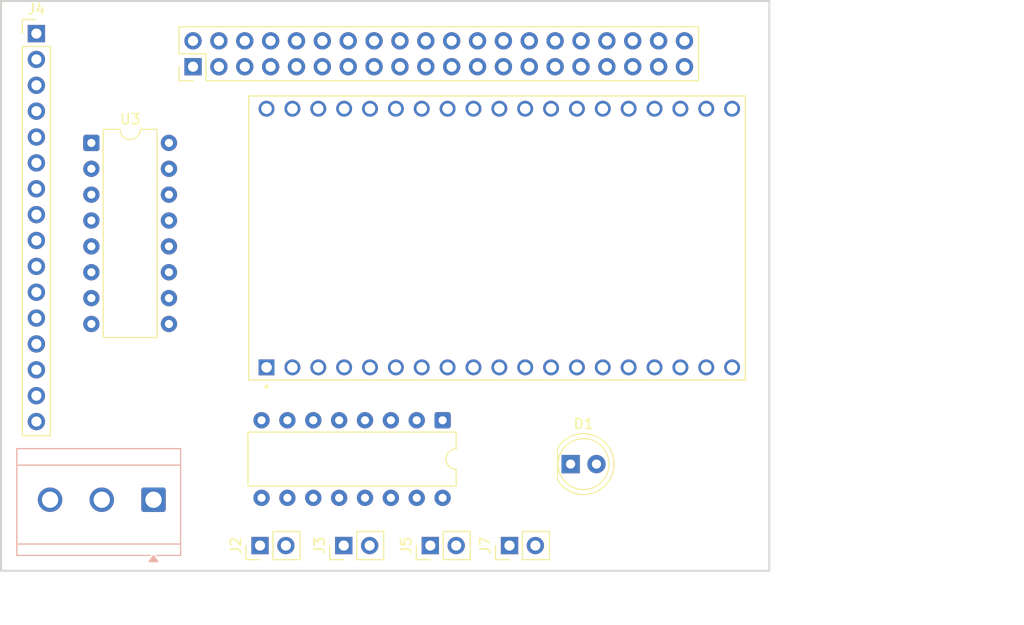
<source format=kicad_pcb>
(kicad_pcb (version 20241229) (generator "pcbnew") (generator_version "9.0")
  (layers (0 "F.Cu" signal) (2 "B.Cu" signal) (13 "F.Paste" user) (15 "B.Paste" user) (5 "F.SilkS" user "F.Silkscreen") (7 "B.SilkS" user "B.Silkscreen") (1 "F.Mask" user) (3 "B.Mask" user) (25 "Edge.Cuts" user))
  (net 0 "")
  (net 1 "Net-(D1-A)")
  (net 2 "GND")
  (net 33 "pi TX")
  (net 35 "pi RX")
  (net 42 "Net-(J2-Pin_1)")
  (net 43 "Net-(J2-Pin_2)")
  (net 44 "Net-(J3-Pin_2)")
  (net 45 "Net-(J3-Pin_1)")
  (net 46 "MQ9 A0")
  (net 47 "MQ135 A0")
  (net 48 "+5V")
  (net 49 "GPS TX")
  (net 50 "TRIG 2")
  (net 51 "TRIG 1")
  (net 52 "GPS RX")
  (net 53 "TRIG 3")
  (net 54 "ECHO 3")
  (net 55 "ECHO 4")
  (net 56 "ECHO 5")
  (net 57 "TRIG 5")
  (net 58 "TRIG 4")
  (net 59 "+12V")
  (net 60 "IN4|IO14")
  (net 61 "EN2|IO32")
  (net 62 "EN1|IO33")
  (net 66 "IN1|IO25")
  (net 67 "ECHO 2")
  (net 72 "ECHO 1")
  (net 76 "IN2|IO26")
  (net 78 "IN3|IO27")
  (net 82 "Net-(J5-Pin_1)")
  (net 83 "Net-(J5-Pin_2)")
  (net 87 "Net-(J7-Pin_1)")
  (net 88 "Net-(J7-Pin_2)")
  (footprint "Connector_PinHeader_2.54mm:PinHeader_1x02_P2.54mm_Vertical" (layer "F.Cu") (at 148.685 128 90)
    (property "Reference" "J5" (at 0 -2.38 90) (layer "F.SilkS"))
    (property "Value" "motor2")
    (fp_line (start -1.38 -1.38) (end 0 -1.38) (stroke (width 0.12)) (layer "F.SilkS"))
    (fp_line (start -1.38 0) (end -1.38 -1.38) (stroke (width 0.12)) (layer "F.SilkS"))
    (fp_line (start 1.38 1.27) (end 1.38 3.92) (stroke (width 0.12)) (layer "F.SilkS"))
    (fp_line (start -1.38 1.27) (end 1.38 1.27) (stroke (width 0.12)) (layer "F.SilkS"))
    (fp_line (start -1.38 1.27) (end -1.38 3.92) (stroke (width 0.12)) (layer "F.SilkS"))
    (fp_line (start -1.38 3.92) (end 1.38 3.92) (stroke (width 0.12)) (layer "F.SilkS"))
    (pad "1" thru_hole rect (at 0 0 90) (size 1.7 1.7) (drill 1) (layers "*.Cu" "*.Mask") (net 82 "Net-(J5-Pin_1)"))
    (pad "2" thru_hole circle (at 0 2.54 90) (size 1.7 1.7) (drill 1) (layers "*.Cu" "*.Mask") (net 83 "Net-(J5-Pin_2)"))
  )
  (footprint "LED_THT:LED_D5.0mm" (layer "F.Cu") (at 162.46 120)
    (property "Reference" "D1" (at 1.27 -3.96 0) (layer "F.SilkS"))
    (property "Value" "LED")
    (fp_line (start -1.29 -1.545) (end -1.29 1.545) (stroke (width 0.12)) (layer "F.SilkS"))
    (fp_arc (start -1.29 -1.54483) (mid 2.071779 -2.880495) (end 4.26 0) (stroke (width 0.12)) (layer "F.SilkS"))
    (fp_arc (start 4.26 0) (mid 2.071779 2.880495) (end -1.29 1.54483) (stroke (width 0.12)) (layer "F.SilkS"))
    (fp_circle (center 1.27 0) (end 3.77 0) (stroke (width 0.12)) (fill no) (layer "F.SilkS"))
    (pad "1" thru_hole rect (at 0 0) (size 1.8 1.8) (drill 0.9) (layers "*.Cu" "*.Mask") (net 2 "GND"))
    (pad "2" thru_hole circle (at 2.54 0) (size 1.8 1.8) (drill 0.9) (layers "*.Cu" "*.Mask") (net 1 "Net-(D1-A)"))
  )
  (footprint "Kit:MODULE_ESP32-DEVKITC-32D" (layer "F.Cu") (at 152.36 97.8 90)
    (property "Reference" "U1" (hide yes))
    (property "Value" "ESP32-DEVKITC-32D")
    (fp_line (start 13.95 -21.5) (end 13.95 27.25) (stroke (width 0.127)) (layer "F.SilkS"))
    (fp_line (start -13.95 -21.5) (end 13.95 -21.5) (stroke (width 0.127)) (layer "F.SilkS"))
    (fp_line (start 13.95 27.25) (end -13.95 27.25) (stroke (width 0.127)) (layer "F.SilkS"))
    (fp_line (start -13.95 27.25) (end -13.95 -21.5) (stroke (width 0.127)) (layer "F.SilkS"))
    (fp_circle (center -14.6 -19.76) (end -14.5 -19.76) (stroke (width 0.2)) (fill no) (layer "F.SilkS"))
    (pad "J2-1" thru_hole rect (at -12.7 -19.76 90) (size 1.56 1.56) (drill 1.04) (layers "*.Cu" "*.Mask"))
    (pad "J2-2" thru_hole circle (at -12.7 -17.22 90) (size 1.56 1.56) (drill 1.04) (layers "*.Cu" "*.Mask"))
    (pad "J2-3" thru_hole circle (at -12.7 -14.68 90) (size 1.56 1.56) (drill 1.04) (layers "*.Cu" "*.Mask"))
    (pad "J2-4" thru_hole circle (at -12.7 -12.14 90) (size 1.56 1.56) (drill 1.04) (layers "*.Cu" "*.Mask"))
    (pad "J2-5" thru_hole circle (at -12.7 -9.6 90) (size 1.56 1.56) (drill 1.04) (layers "*.Cu" "*.Mask") (net 56 "ECHO 5"))
    (pad "J2-6" thru_hole circle (at -12.7 -7.06 90) (size 1.56 1.56) (drill 1.04) (layers "*.Cu" "*.Mask") (net 55 "ECHO 4"))
    (pad "J2-7" thru_hole circle (at -12.7 -4.52 90) (size 1.56 1.56) (drill 1.04) (layers "*.Cu" "*.Mask") (net 46 "MQ9 A0"))
    (pad "J2-8" thru_hole circle (at -12.7 -1.98 90) (size 1.56 1.56) (drill 1.04) (layers "*.Cu" "*.Mask") (net 47 "MQ135 A0"))
    (pad "J2-9" thru_hole circle (at -12.7 0.56 90) (size 1.56 1.56) (drill 1.04) (layers "*.Cu" "*.Mask") (net 62 "EN1|IO33"))
    (pad "J2-10" thru_hole circle (at -12.7 3.1 90) (size 1.56 1.56) (drill 1.04) (layers "*.Cu" "*.Mask") (net 61 "EN2|IO32"))
    (pad "J2-11" thru_hole circle (at -12.7 5.64 90) (size 1.56 1.56) (drill 1.04) (layers "*.Cu" "*.Mask") (net 66 "IN1|IO25"))
    (pad "J2-12" thru_hole circle (at -12.7 8.18 90) (size 1.56 1.56) (drill 1.04) (layers "*.Cu" "*.Mask") (net 76 "IN2|IO26"))
    (pad "J2-13" thru_hole circle (at -12.7 10.72 90) (size 1.56 1.56) (drill 1.04) (layers "*.Cu" "*.Mask") (net 78 "IN3|IO27"))
    (pad "J2-14" thru_hole circle (at -12.7 13.26 90) (size 1.56 1.56) (drill 1.04) (layers "*.Cu" "*.Mask") (net 2 "GND"))
    (pad "J2-15" thru_hole circle (at -12.7 15.8 90) (size 1.56 1.56) (drill 1.04) (layers "*.Cu" "*.Mask") (net 60 "IN4|IO14"))
    (pad "J2-16" thru_hole circle (at -12.7 18.34 90) (size 1.56 1.56) (drill 1.04) (layers "*.Cu" "*.Mask"))
    (pad "J2-17" thru_hole circle (at -12.7 20.88 90) (size 1.56 1.56) (drill 1.04) (layers "*.Cu" "*.Mask"))
    (pad "J2-18" thru_hole circle (at -12.7 23.42 90) (size 1.56 1.56) (drill 1.04) (layers "*.Cu" "*.Mask"))
    (pad "J2-19" thru_hole circle (at -12.7 25.96 90) (size 1.56 1.56) (drill 1.04) (layers "*.Cu" "*.Mask") (net 48 "+5V"))
    (pad "J3-1" thru_hole circle (at 12.7 -19.76 90) (size 1.56 1.56) (drill 1.04) (layers "*.Cu" "*.Mask") (net 2 "GND"))
    (pad "J3-2" thru_hole circle (at 12.7 -17.22 90) (size 1.56 1.56) (drill 1.04) (layers "*.Cu" "*.Mask") (net 54 "ECHO 3"))
    (pad "J3-3" thru_hole circle (at 12.7 -14.68 90) (size 1.56 1.56) (drill 1.04) (layers "*.Cu" "*.Mask") (net 53 "TRIG 3"))
    (pad "J3-4" thru_hole circle (at 12.7 -12.14 90) (size 1.56 1.56) (drill 1.04) (layers "*.Cu" "*.Mask") (net 35 "pi RX"))
    (pad "J3-5" thru_hole circle (at 12.7 -9.6 90) (size 1.56 1.56) (drill 1.04) (layers "*.Cu" "*.Mask") (net 33 "pi TX"))
    (pad "J3-6" thru_hole circle (at 12.7 -7.06 90) (size 1.56 1.56) (drill 1.04) (layers "*.Cu" "*.Mask") (net 67 "ECHO 2"))
    (pad "J3-7" thru_hole circle (at 12.7 -4.52 90) (size 1.56 1.56) (drill 1.04) (layers "*.Cu" "*.Mask") (net 2 "GND"))
    (pad "J3-8" thru_hole circle (at 12.7 -1.98 90) (size 1.56 1.56) (drill 1.04) (layers "*.Cu" "*.Mask") (net 50 "TRIG 2"))
    (pad "J3-9" thru_hole circle (at 12.7 0.56 90) (size 1.56 1.56) (drill 1.04) (layers "*.Cu" "*.Mask") (net 72 "ECHO 1"))
    (pad "J3-10" thru_hole circle (at 12.7 3.1 90) (size 1.56 1.56) (drill 1.04) (layers "*.Cu" "*.Mask") (net 51 "TRIG 1"))
    (pad "J3-11" thru_hole circle (at 12.7 5.64 90) (size 1.56 1.56) (drill 1.04) (layers "*.Cu" "*.Mask") (net 52 "GPS RX"))
    (pad "J3-12" thru_hole circle (at 12.7 8.18 90) (size 1.56 1.56) (drill 1.04) (layers "*.Cu" "*.Mask") (net 49 "GPS TX"))
    (pad "J3-13" thru_hole circle (at 12.7 10.72 90) (size 1.56 1.56) (drill 1.04) (layers "*.Cu" "*.Mask") (net 58 "TRIG 4"))
    (pad "J3-14" thru_hole circle (at 12.7 13.26 90) (size 1.56 1.56) (drill 1.04) (layers "*.Cu" "*.Mask"))
    (pad "J3-15" thru_hole circle (at 12.7 15.8 90) (size 1.56 1.56) (drill 1.04) (layers "*.Cu" "*.Mask") (net 57 "TRIG 5"))
    (pad "J3-16" thru_hole circle (at 12.7 18.34 90) (size 1.56 1.56) (drill 1.04) (layers "*.Cu" "*.Mask") (net 1 "Net-(D1-A)"))
    (pad "J3-17" thru_hole circle (at 12.7 20.88 90) (size 1.56 1.56) (drill 1.04) (layers "*.Cu" "*.Mask"))
    (pad "J3-18" thru_hole circle (at 12.7 23.42 90) (size 1.56 1.56) (drill 1.04) (layers "*.Cu" "*.Mask"))
    (pad "J3-19" thru_hole circle (at 12.7 25.96 90) (size 1.56 1.56) (drill 1.04) (layers "*.Cu" "*.Mask"))
  )
  (footprint "Package_DIP:DIP-16_W7.62mm" (layer "F.Cu") (at 115.396851 88.46)
    (property "Reference" "U3" (at 3.81 -2.33 0) (layer "F.SilkS"))
    (property "Value" "L293D")
    (fp_line (start 1.16 -1.33) (end 1.16 19.11) (stroke (width 0.12)) (layer "F.SilkS"))
    (fp_line (start 1.16 19.11) (end 6.46 19.11) (stroke (width 0.12)) (layer "F.SilkS"))
    (fp_line (start 2.81 -1.33) (end 1.16 -1.33) (stroke (width 0.12)) (layer "F.SilkS"))
    (fp_line (start 6.46 -1.33) (end 4.81 -1.33) (stroke (width 0.12)) (layer "F.SilkS"))
    (fp_line (start 6.46 19.11) (end 6.46 -1.33) (stroke (width 0.12)) (layer "F.SilkS"))
    (fp_arc (start 4.81 -1.33) (mid 3.81 -0.33) (end 2.81 -1.33) (stroke (width 0.12)) (layer "F.SilkS"))
    (pad "1" thru_hole roundrect (at 0 0) (size 1.6 1.6) (drill 0.8) (layers "*.Cu" "*.Mask") (roundrect_rratio 0.15625) (net 62 "EN1|IO33"))
    (pad "2" thru_hole circle (at 0 2.54) (size 1.6 1.6) (drill 0.8) (layers "*.Cu" "*.Mask") (net 66 "IN1|IO25"))
    (pad "3" thru_hole circle (at 0 5.08) (size 1.6 1.6) (drill 0.8) (layers "*.Cu" "*.Mask") (net 44 "Net-(J3-Pin_2)"))
    (pad "4" thru_hole circle (at 0 7.62) (size 1.6 1.6) (drill 0.8) (layers "*.Cu" "*.Mask"))
    (pad "5" thru_hole circle (at 0 10.16) (size 1.6 1.6) (drill 0.8) (layers "*.Cu" "*.Mask"))
    (pad "6" thru_hole circle (at 0 12.7) (size 1.6 1.6) (drill 0.8) (layers "*.Cu" "*.Mask") (net 45 "Net-(J3-Pin_1)"))
    (pad "7" thru_hole circle (at 0 15.24) (size 1.6 1.6) (drill 0.8) (layers "*.Cu" "*.Mask") (net 76 "IN2|IO26"))
    (pad "8" thru_hole circle (at 0 17.78) (size 1.6 1.6) (drill 0.8) (layers "*.Cu" "*.Mask") (net 48 "+5V"))
    (pad "9" thru_hole circle (at 7.62 17.78) (size 1.6 1.6) (drill 0.8) (layers "*.Cu" "*.Mask") (net 61 "EN2|IO32"))
    (pad "10" thru_hole circle (at 7.62 15.24) (size 1.6 1.6) (drill 0.8) (layers "*.Cu" "*.Mask") (net 78 "IN3|IO27"))
    (pad "11" thru_hole circle (at 7.62 12.7) (size 1.6 1.6) (drill 0.8) (layers "*.Cu" "*.Mask") (net 83 "Net-(J5-Pin_2)"))
    (pad "12" thru_hole circle (at 7.62 10.16) (size 1.6 1.6) (drill 0.8) (layers "*.Cu" "*.Mask") (net 2 "GND"))
    (pad "13" thru_hole circle (at 7.62 7.62) (size 1.6 1.6) (drill 0.8) (layers "*.Cu" "*.Mask"))
    (pad "14" thru_hole circle (at 7.62 5.08) (size 1.6 1.6) (drill 0.8) (layers "*.Cu" "*.Mask") (net 82 "Net-(J5-Pin_1)"))
    (pad "15" thru_hole circle (at 7.62 2.54) (size 1.6 1.6) (drill 0.8) (layers "*.Cu" "*.Mask") (net 60 "IN4|IO14"))
    (pad "16" thru_hole circle (at 7.62 0) (size 1.6 1.6) (drill 0.8) (layers "*.Cu" "*.Mask") (net 59 "+12V"))
  )
  (footprint "Connector_PinHeader_2.54mm:PinHeader_1x02_P2.54mm_Vertical" (layer "F.Cu") (at 156.46 128 90)
    (property "Reference" "J7" (at 0 -2.38 90) (layer "F.SilkS"))
    (property "Value" "motor2")
    (fp_line (start -1.38 -1.38) (end 0 -1.38) (stroke (width 0.12)) (layer "F.SilkS"))
    (fp_line (start -1.38 0) (end -1.38 -1.38) (stroke (width 0.12)) (layer "F.SilkS"))
    (fp_line (start 1.38 1.27) (end 1.38 3.92) (stroke (width 0.12)) (layer "F.SilkS"))
    (fp_line (start -1.38 1.27) (end 1.38 1.27) (stroke (width 0.12)) (layer "F.SilkS"))
    (fp_line (start -1.38 1.27) (end -1.38 3.92) (stroke (width 0.12)) (layer "F.SilkS"))
    (fp_line (start -1.38 3.92) (end 1.38 3.92) (stroke (width 0.12)) (layer "F.SilkS"))
    (pad "1" thru_hole rect (at 0 0 90) (size 1.7 1.7) (drill 1) (layers "*.Cu" "*.Mask") (net 87 "Net-(J7-Pin_1)"))
    (pad "2" thru_hole circle (at 0 2.54 90) (size 1.7 1.7) (drill 1) (layers "*.Cu" "*.Mask") (net 88 "Net-(J7-Pin_2)"))
  )
  (footprint "Connector_PinHeader_2.54mm:PinHeader_1x02_P2.54mm_Vertical" (layer "F.Cu") (at 140.185 128 90)
    (property "Reference" "J3" (at 0 -2.38 90) (layer "F.SilkS"))
    (property "Value" "motor1")
    (fp_line (start -1.38 -1.38) (end 0 -1.38) (stroke (width 0.12)) (layer "F.SilkS"))
    (fp_line (start -1.38 0) (end -1.38 -1.38) (stroke (width 0.12)) (layer "F.SilkS"))
    (fp_line (start 1.38 1.27) (end 1.38 3.92) (stroke (width 0.12)) (layer "F.SilkS"))
    (fp_line (start -1.38 1.27) (end 1.38 1.27) (stroke (width 0.12)) (layer "F.SilkS"))
    (fp_line (start -1.38 1.27) (end -1.38 3.92) (stroke (width 0.12)) (layer "F.SilkS"))
    (fp_line (start -1.38 3.92) (end 1.38 3.92) (stroke (width 0.12)) (layer "F.SilkS"))
    (pad "1" thru_hole rect (at 0 0 90) (size 1.7 1.7) (drill 1) (layers "*.Cu" "*.Mask") (net 45 "Net-(J3-Pin_1)"))
    (pad "2" thru_hole circle (at 0 2.54 90) (size 1.7 1.7) (drill 1) (layers "*.Cu" "*.Mask") (net 44 "Net-(J3-Pin_2)"))
  )
  (footprint "Connector_PinHeader_2.54mm:PinHeader_1x02_P2.54mm_Vertical" (layer "F.Cu") (at 131.96 128 90)
    (property "Reference" "J2" (at 0 -2.38 90) (layer "F.SilkS"))
    (property "Value" "motor1")
    (fp_line (start -1.38 -1.38) (end 0 -1.38) (stroke (width 0.12)) (layer "F.SilkS"))
    (fp_line (start -1.38 0) (end -1.38 -1.38) (stroke (width 0.12)) (layer "F.SilkS"))
    (fp_line (start 1.38 1.27) (end 1.38 3.92) (stroke (width 0.12)) (layer "F.SilkS"))
    (fp_line (start -1.38 1.27) (end 1.38 1.27) (stroke (width 0.12)) (layer "F.SilkS"))
    (fp_line (start -1.38 1.27) (end -1.38 3.92) (stroke (width 0.12)) (layer "F.SilkS"))
    (fp_line (start -1.38 3.92) (end 1.38 3.92) (stroke (width 0.12)) (layer "F.SilkS"))
    (pad "1" thru_hole rect (at 0 0 90) (size 1.7 1.7) (drill 1) (layers "*.Cu" "*.Mask") (net 42 "Net-(J2-Pin_1)"))
    (pad "2" thru_hole circle (at 0 2.54 90) (size 1.7 1.7) (drill 1) (layers "*.Cu" "*.Mask") (net 43 "Net-(J2-Pin_2)"))
  )
  (footprint "Package_DIP:DIP-16_W7.62mm" (layer "F.Cu") (at 149.89 115.695 -90)
    (property "Reference" "U2" (hide yes))
    (property "Value" "L293D")
    (fp_line (start 1.16 19.11) (end 6.46 19.11) (stroke (width 0.12)) (layer "F.SilkS"))
    (fp_line (start 6.46 19.11) (end 6.46 -1.33) (stroke (width 0.12)) (layer "F.SilkS"))
    (fp_line (start 1.16 -1.33) (end 1.16 19.11) (stroke (width 0.12)) (layer "F.SilkS"))
    (fp_line (start 2.81 -1.33) (end 1.16 -1.33) (stroke (width 0.12)) (layer "F.SilkS"))
    (fp_line (start 6.46 -1.33) (end 4.81 -1.33) (stroke (width 0.12)) (layer "F.SilkS"))
    (fp_arc (start 4.81 -1.33) (mid 3.81 -0.33) (end 2.81 -1.33) (stroke (width 0.12)) (layer "F.SilkS"))
    (pad "1" thru_hole roundrect (at 0 0 270) (size 1.6 1.6) (drill 0.8) (layers "*.Cu" "*.Mask") (roundrect_rratio 0.15625) (net 62 "EN1|IO33"))
    (pad "2" thru_hole circle (at 0 2.54 270) (size 1.6 1.6) (drill 0.8) (layers "*.Cu" "*.Mask") (net 66 "IN1|IO25"))
    (pad "3" thru_hole circle (at 0 5.08 270) (size 1.6 1.6) (drill 0.8) (layers "*.Cu" "*.Mask") (net 43 "Net-(J2-Pin_2)"))
    (pad "4" thru_hole circle (at 0 7.62 270) (size 1.6 1.6) (drill 0.8) (layers "*.Cu" "*.Mask"))
    (pad "5" thru_hole circle (at 0 10.16 270) (size 1.6 1.6) (drill 0.8) (layers "*.Cu" "*.Mask"))
    (pad "6" thru_hole circle (at 0 12.7 270) (size 1.6 1.6) (drill 0.8) (layers "*.Cu" "*.Mask") (net 42 "Net-(J2-Pin_1)"))
    (pad "7" thru_hole circle (at 0 15.24 270) (size 1.6 1.6) (drill 0.8) (layers "*.Cu" "*.Mask") (net 76 "IN2|IO26"))
    (pad "8" thru_hole circle (at 0 17.78 270) (size 1.6 1.6) (drill 0.8) (layers "*.Cu" "*.Mask") (net 48 "+5V"))
    (pad "9" thru_hole circle (at 7.62 17.78 270) (size 1.6 1.6) (drill 0.8) (layers "*.Cu" "*.Mask") (net 61 "EN2|IO32"))
    (pad "10" thru_hole circle (at 7.62 15.24 270) (size 1.6 1.6) (drill 0.8) (layers "*.Cu" "*.Mask") (net 78 "IN3|IO27"))
    (pad "11" thru_hole circle (at 7.62 12.7 270) (size 1.6 1.6) (drill 0.8) (layers "*.Cu" "*.Mask") (net 88 "Net-(J7-Pin_2)"))
    (pad "12" thru_hole circle (at 7.62 10.16 270) (size 1.6 1.6) (drill 0.8) (layers "*.Cu" "*.Mask") (net 2 "GND"))
    (pad "13" thru_hole circle (at 7.62 7.62 270) (size 1.6 1.6) (drill 0.8) (layers "*.Cu" "*.Mask"))
    (pad "14" thru_hole circle (at 7.62 5.08 270) (size 1.6 1.6) (drill 0.8) (layers "*.Cu" "*.Mask") (net 87 "Net-(J7-Pin_1)"))
    (pad "15" thru_hole circle (at 7.62 2.54 270) (size 1.6 1.6) (drill 0.8) (layers "*.Cu" "*.Mask") (net 60 "IN4|IO14"))
    (pad "16" thru_hole circle (at 7.62 0 270) (size 1.6 1.6) (drill 0.8) (layers "*.Cu" "*.Mask") (net 59 "+12V"))
  )
  (footprint "Connector_PinHeader_2.54mm:PinHeader_2x20_P2.54mm_Vertical" (layer "F.Cu") (at 125.3814 80.9762 90)
    (property "Reference" "J1" (hide yes))
    (property "Value" "Raspberry pi 5 GPIOs" (hide yes))
    (fp_line (start 3.92 -1.38) (end 3.92 49.64) (stroke (width 0.12)) (layer "F.SilkS"))
    (fp_line (start 1.27 -1.38) (end 3.92 -1.38) (stroke (width 0.12)) (layer "F.SilkS"))
    (fp_line (start -1.38 -1.38) (end 0 -1.38) (stroke (width 0.12)) (layer "F.SilkS"))
    (fp_line (start -1.38 0) (end -1.38 -1.38) (stroke (width 0.12)) (layer "F.SilkS"))
    (fp_line (start 1.27 1.27) (end 1.27 -1.38) (stroke (width 0.12)) (layer "F.SilkS"))
    (fp_line (start -1.38 1.27) (end 1.27 1.27) (stroke (width 0.12)) (layer "F.SilkS"))
    (fp_line (start -1.38 1.27) (end -1.38 49.64) (stroke (width 0.12)) (layer "F.SilkS"))
    (fp_line (start -1.38 49.64) (end 3.92 49.64) (stroke (width 0.12)) (layer "F.SilkS"))
    (pad "1" thru_hole rect (at 0 0 90) (size 1.7 1.7) (drill 1) (layers "*.Cu" "*.Mask"))
    (pad "2" thru_hole circle (at 2.54 0 90) (size 1.7 1.7) (drill 1) (layers "*.Cu" "*.Mask"))
    (pad "3" thru_hole circle (at 0 2.54 90) (size 1.7 1.7) (drill 1) (layers "*.Cu" "*.Mask"))
    (pad "4" thru_hole circle (at 2.54 2.54 90) (size 1.7 1.7) (drill 1) (layers "*.Cu" "*.Mask"))
    (pad "5" thru_hole circle (at 0 5.08 90) (size 1.7 1.7) (drill 1) (layers "*.Cu" "*.Mask"))
    (pad "6" thru_hole circle (at 2.54 5.08 90) (size 1.7 1.7) (drill 1) (layers "*.Cu" "*.Mask"))
    (pad "7" thru_hole circle (at 0 7.62 90) (size 1.7 1.7) (drill 1) (layers "*.Cu" "*.Mask"))
    (pad "8" thru_hole circle (at 2.54 7.62 90) (size 1.7 1.7) (drill 1) (layers "*.Cu" "*.Mask") (net 33 "pi TX"))
    (pad "9" thru_hole circle (at 0 10.16 90) (size 1.7 1.7) (drill 1) (layers "*.Cu" "*.Mask") (net 2 "GND"))
    (pad "10" thru_hole circle (at 2.54 10.16 90) (size 1.7 1.7) (drill 1) (layers "*.Cu" "*.Mask") (net 35 "pi RX"))
    (pad "11" thru_hole circle (at 0 12.7 90) (size 1.7 1.7) (drill 1) (layers "*.Cu" "*.Mask"))
    (pad "12" thru_hole circle (at 2.54 12.7 90) (size 1.7 1.7) (drill 1) (layers "*.Cu" "*.Mask"))
    (pad "13" thru_hole circle (at 0 15.24 90) (size 1.7 1.7) (drill 1) (layers "*.Cu" "*.Mask"))
    (pad "14" thru_hole circle (at 2.54 15.24 90) (size 1.7 1.7) (drill 1) (layers "*.Cu" "*.Mask"))
    (pad "15" thru_hole circle (at 0 17.78 90) (size 1.7 1.7) (drill 1) (layers "*.Cu" "*.Mask"))
    (pad "16" thru_hole circle (at 2.54 17.78 90) (size 1.7 1.7) (drill 1) (layers "*.Cu" "*.Mask"))
    (pad "17" thru_hole circle (at 0 20.32 90) (size 1.7 1.7) (drill 1) (layers "*.Cu" "*.Mask"))
    (pad "18" thru_hole circle (at 2.54 20.32 90) (size 1.7 1.7) (drill 1) (layers "*.Cu" "*.Mask"))
    (pad "19" thru_hole circle (at 0 22.86 90) (size 1.7 1.7) (drill 1) (layers "*.Cu" "*.Mask"))
    (pad "20" thru_hole circle (at 2.54 22.86 90) (size 1.7 1.7) (drill 1) (layers "*.Cu" "*.Mask"))
    (pad "21" thru_hole circle (at 0 25.4 90) (size 1.7 1.7) (drill 1) (layers "*.Cu" "*.Mask"))
    (pad "22" thru_hole circle (at 2.54 25.4 90) (size 1.7 1.7) (drill 1) (layers "*.Cu" "*.Mask"))
    (pad "23" thru_hole circle (at 0 27.94 90) (size 1.7 1.7) (drill 1) (layers "*.Cu" "*.Mask"))
    (pad "24" thru_hole circle (at 2.54 27.94 90) (size 1.7 1.7) (drill 1) (layers "*.Cu" "*.Mask"))
    (pad "25" thru_hole circle (at 0 30.48 90) (size 1.7 1.7) (drill 1) (layers "*.Cu" "*.Mask"))
    (pad "26" thru_hole circle (at 2.54 30.48 90) (size 1.7 1.7) (drill 1) (layers "*.Cu" "*.Mask"))
    (pad "27" thru_hole circle (at 0 33.02 90) (size 1.7 1.7) (drill 1) (layers "*.Cu" "*.Mask"))
    (pad "28" thru_hole circle (at 2.54 33.02 90) (size 1.7 1.7) (drill 1) (layers "*.Cu" "*.Mask"))
    (pad "29" thru_hole circle (at 0 35.56 90) (size 1.7 1.7) (drill 1) (layers "*.Cu" "*.Mask"))
    (pad "30" thru_hole circle (at 2.54 35.56 90) (size 1.7 1.7) (drill 1) (layers "*.Cu" "*.Mask"))
    (pad "31" thru_hole circle (at 0 38.1 90) (size 1.7 1.7) (drill 1) (layers "*.Cu" "*.Mask"))
    (pad "32" thru_hole circle (at 2.54 38.1 90) (size 1.7 1.7) (drill 1) (layers "*.Cu" "*.Mask"))
    (pad "33" thru_hole circle (at 0 40.64 90) (size 1.7 1.7) (drill 1) (layers "*.Cu" "*.Mask"))
    (pad "34" thru_hole circle (at 2.54 40.64 90) (size 1.7 1.7) (drill 1) (layers "*.Cu" "*.Mask"))
    (pad "35" thru_hole circle (at 0 43.18 90) (size 1.7 1.7) (drill 1) (layers "*.Cu" "*.Mask"))
    (pad "36" thru_hole circle (at 2.54 43.18 90) (size 1.7 1.7) (drill 1) (layers "*.Cu" "*.Mask"))
    (pad "37" thru_hole circle (at 0 45.72 90) (size 1.7 1.7) (drill 1) (layers "*.Cu" "*.Mask"))
    (pad "38" thru_hole circle (at 2.54 45.72 90) (size 1.7 1.7) (drill 1) (layers "*.Cu" "*.Mask"))
    (pad "39" thru_hole circle (at 0 48.26 90) (size 1.7 1.7) (drill 1) (layers "*.Cu" "*.Mask"))
    (pad "40" thru_hole circle (at 2.54 48.26 90) (size 1.7 1.7) (drill 1) (layers "*.Cu" "*.Mask"))
  )
  (footprint "Connector_PinHeader_2.54mm:PinHeader_1x16_P2.54mm_Vertical" (layer "F.Cu") (at 110 77.722015)
    (property "Reference" "J4" (at 0 -2.38 0) (layer "F.SilkS"))
    (property "Value" "Conn_01x16_Pin" (hide yes))
    (fp_line (start -1.38 -1.38) (end 0 -1.38) (stroke (width 0.12)) (layer "F.SilkS"))
    (fp_line (start -1.38 0) (end -1.38 -1.38) (stroke (width 0.12)) (layer "F.SilkS"))
    (fp_line (start -1.38 1.27) (end -1.38 39.48) (stroke (width 0.12)) (layer "F.SilkS"))
    (fp_line (start -1.38 1.27) (end 1.38 1.27) (stroke (width 0.12)) (layer "F.SilkS"))
    (fp_line (start -1.38 39.48) (end 1.38 39.48) (stroke (width 0.12)) (layer "F.SilkS"))
    (fp_line (start 1.38 1.27) (end 1.38 39.48) (stroke (width 0.12)) (layer "F.SilkS"))
    (pad "1" thru_hole rect (at 0 0) (size 1.7 1.7) (drill 1) (layers "*.Cu" "*.Mask") (net 48 "+5V"))
    (pad "2" thru_hole circle (at 0 2.54) (size 1.7 1.7) (drill 1) (layers "*.Cu" "*.Mask") (net 2 "GND"))
    (pad "3" thru_hole circle (at 0 5.08) (size 1.7 1.7) (drill 1) (layers "*.Cu" "*.Mask") (net 52 "GPS RX"))
    (pad "4" thru_hole circle (at 0 7.62) (size 1.7 1.7) (drill 1) (layers "*.Cu" "*.Mask") (net 49 "GPS TX"))
    (pad "5" thru_hole circle (at 0 10.16) (size 1.7 1.7) (drill 1) (layers "*.Cu" "*.Mask") (net 47 "MQ135 A0"))
    (pad "6" thru_hole circle (at 0 12.7) (size 1.7 1.7) (drill 1) (layers "*.Cu" "*.Mask") (net 46 "MQ9 A0"))
    (pad "7" thru_hole circle (at 0 15.24) (size 1.7 1.7) (drill 1) (layers "*.Cu" "*.Mask") (net 57 "TRIG 5"))
    (pad "8" thru_hole circle (at 0 17.78) (size 1.7 1.7) (drill 1) (layers "*.Cu" "*.Mask") (net 58 "TRIG 4"))
    (pad "9" thru_hole circle (at 0 20.32) (size 1.7 1.7) (drill 1) (layers "*.Cu" "*.Mask") (net 53 "TRIG 3"))
    (pad "10" thru_hole circle (at 0 22.86) (size 1.7 1.7) (drill 1) (layers "*.Cu" "*.Mask") (net 50 "TRIG 2"))
    (pad "11" thru_hole circle (at 0 25.4) (size 1.7 1.7) (drill 1) (layers "*.Cu" "*.Mask") (net 51 "TRIG 1"))
    (pad "12" thru_hole circle (at 0 27.94) (size 1.7 1.7) (drill 1) (layers "*.Cu" "*.Mask") (net 56 "ECHO 5"))
    (pad "13" thru_hole circle (at 0 30.48) (size 1.7 1.7) (drill 1) (layers "*.Cu" "*.Mask") (net 55 "ECHO 4"))
    (pad "14" thru_hole circle (at 0 33.02) (size 1.7 1.7) (drill 1) (layers "*.Cu" "*.Mask") (net 54 "ECHO 3"))
    (pad "15" thru_hole circle (at 0 35.56) (size 1.7 1.7) (drill 1) (layers "*.Cu" "*.Mask") (net 67 "ECHO 2"))
    (pad "16" thru_hole circle (at 0 38.1) (size 1.7 1.7) (drill 1) (layers "*.Cu" "*.Mask") (net 72 "ECHO 1"))
  )
  (footprint "TerminalBlock_CUI:TerminalBlock_CUI_TB007-508-03_1x03_P5.08mm_Horizontal" (layer "B.Cu") (at 121.5 123.5 180)
    (property "Reference" "J12" (hide yes))
    (property "Value" "power input")
    (fp_line (start 13.42 5.02) (end 13.42 -5.47) (stroke (width 0.12)) (layer "B.SilkS"))
    (fp_line (start 0.3 -5.47) (end 13.42 -5.47) (stroke (width 0.12)) (layer "B.SilkS"))
    (fp_line (start -2.66 5.02) (end 13.42 5.02) (stroke (width 0.12)) (layer "B.SilkS"))
    (fp_line (start -2.66 5.02) (end -2.66 -5.47) (stroke (width 0.12)) (layer "B.SilkS"))
    (fp_line (start -2.66 3.4) (end 13.42 3.4) (stroke (width 0.12)) (layer "B.SilkS"))
    (fp_line (start -2.66 -4.35) (end 13.42 -4.35) (stroke (width 0.12)) (layer "B.SilkS"))
    (fp_line (start -2.66 -5.47) (end -0.3 -5.47) (stroke (width 0.12)) (layer "B.SilkS"))
    (fp_poly (pts (xy 0 -5.47) (xy 0.44 -6.08) (xy -0.44 -6.08)) (stroke (width 0.12)) (fill yes) (layer "B.SilkS"))
    (pad "1" thru_hole roundrect (at 0 0 180) (size 2.4 2.4) (drill 1.6) (layers "*.Cu" "*.Mask") (roundrect_rratio 0.104167) (net 59 "+12V"))
    (pad "2" thru_hole circle (at 5.08 0 180) (size 2.4 2.4) (drill 1.6) (layers "*.Cu" "*.Mask") (net 48 "+5V"))
    (pad "3" thru_hole circle (at 10.16 0 180) (size 2.4 2.4) (drill 1.6) (layers "*.Cu" "*.Mask") (net 2 "GND"))
  )
  (gr_rect (start 106.525126 74.525126) (end 181.974874 130.474874) (stroke (width 0.2)) (fill no) (layer "Edge.Cuts"))
)
</source>
